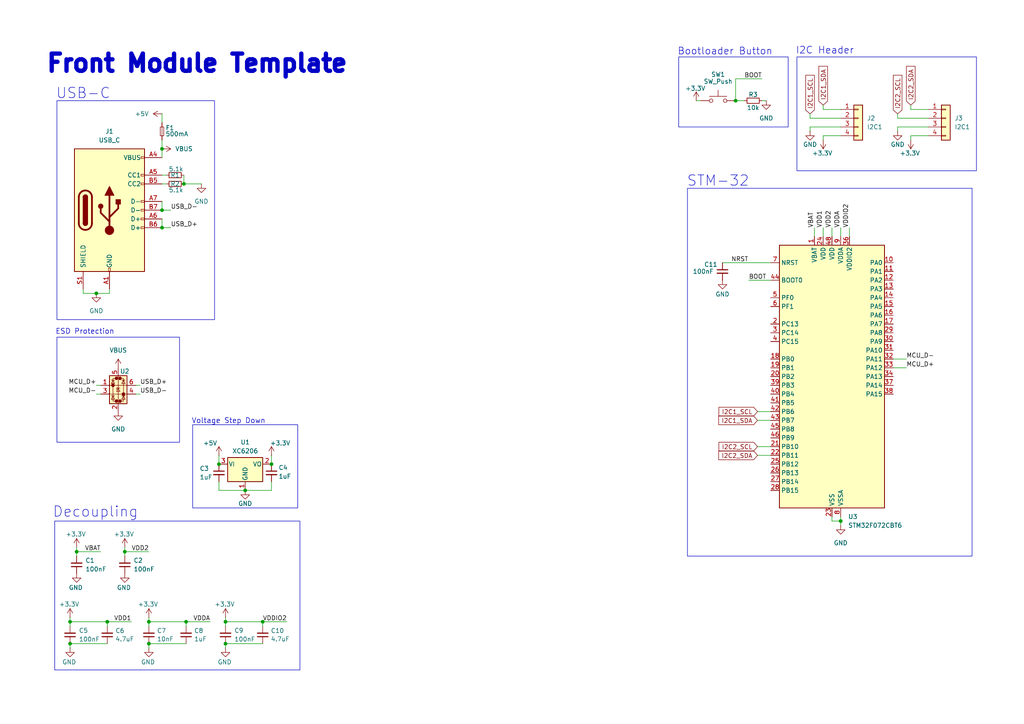
<source format=kicad_sch>
(kicad_sch (version 20250114) (generator "eeschema") (generator_version "9.0")
  (paper "A4")
  (lib_symbols
    (symbol "Connector:USB_C_Receptacle_USB2.0_14P" (pin_names (offset 1.016))
      (property "Reference" "J" (at 0 22.225 0))
      (property "Value" "USB_C_Receptacle_USB2.0_14P" (at 0 19.685 0))
      (symbol "USB_C_Receptacle_USB2.0_14P_0_0"
        (rectangle (start -0.254 -17.78) (end 0.254 -16.764))
        (rectangle (start 10.16 15.494) (end 9.144 14.986))
        (rectangle (start 10.16 10.414) (end 9.144 9.906))
        (rectangle (start 10.16 7.874) (end 9.144 7.366))
        (rectangle (start 10.16 2.794) (end 9.144 2.286))
        (rectangle (start 10.16 0.254) (end 9.144 -0.254))
        (rectangle (start 10.16 -2.286) (end 9.144 -2.794))
        (rectangle (start 10.16 -4.826) (end 9.144 -5.334))
      )
      (symbol "USB_C_Receptacle_USB2.0_14P_0_1"
        (rectangle (start -10.16 17.78) (end 10.16 -17.78) (stroke (width 0.254)) (fill (type background)))
        (polyline (pts (xy -8.89 -3.81) (xy -8.89 3.81)) (stroke (width 0.508)))
        (rectangle (start -7.62 -3.81) (end -6.35 3.81) (stroke (width 0.254)) (fill (type outline)))
        (arc (start -7.62 3.81) (mid -6.985 4.4423) (end -6.35 3.81) (stroke (width 0.254)))
        (arc (start -7.62 3.81) (mid -6.985 4.4423) (end -6.35 3.81) (stroke (width 0.254)) (fill (type outline)))
        (arc (start -8.89 3.81) (mid -6.985 5.7067) (end -5.08 3.81) (stroke (width 0.508)))
        (arc (start -5.08 -3.81) (mid -6.985 -5.7067) (end -8.89 -3.81) (stroke (width 0.508)))
        (arc (start -6.35 -3.81) (mid -6.985 -4.4423) (end -7.62 -3.81) (stroke (width 0.254)))
        (arc (start -6.35 -3.81) (mid -6.985 -4.4423) (end -7.62 -3.81) (stroke (width 0.254)) (fill (type outline)))
        (polyline (pts (xy -5.08 3.81) (xy -5.08 -3.81)) (stroke (width 0.508)))
        (circle (center -2.54 1.143) (radius 0.635) (stroke (width 0.254)) (fill (type outline)))
        (polyline (pts (xy -1.27 4.318) (xy 0 6.858) (xy 1.27 4.318) (xy -1.27 4.318)) (stroke (width 0.254)) (fill (type outline)))
        (polyline (pts (xy 0 -2.032) (xy 2.54 0.508) (xy 2.54 1.778)) (stroke (width 0.508)))
        (polyline (pts (xy 0 -3.302) (xy -2.54 -0.762) (xy -2.54 0.508)) (stroke (width 0.508)))
        (polyline (pts (xy 0 -5.842) (xy 0 4.318)) (stroke (width 0.508)))
        (circle (center 0 -5.842) (radius 1.27) (fill (type outline)))
        (rectangle (start 1.905 1.778) (end 3.175 3.048) (stroke (width 0.254)) (fill (type outline)))
      )
      (symbol "USB_C_Receptacle_USB2.0_14P_1_1"
        (pin passive line (at -7.62 -22.86 90) (length 5.08) (name "SHIELD") (number "S1"))
        (pin passive line (at 0 -22.86 90) (length 5.08) (name "GND") (number "A1"))
        (pin passive line (at 0 -22.86 90) (length 5.08) (hide yes) (name "GND") (number "A12"))
        (pin passive line (at 0 -22.86 90) (length 5.08) (hide yes) (name "GND") (number "B1"))
        (pin passive line (at 0 -22.86 90) (length 5.08) (hide yes) (name "GND") (number "B12"))
        (pin passive line (at 15.24 15.24 180) (length 5.08) (name "VBUS") (number "A4"))
        (pin passive line (at 15.24 15.24 180) (length 5.08) (hide yes) (name "VBUS") (number "A9"))
        (pin passive line (at 15.24 15.24 180) (length 5.08) (hide yes) (name "VBUS") (number "B4"))
        (pin passive line (at 15.24 15.24 180) (length 5.08) (hide yes) (name "VBUS") (number "B9"))
        (pin bidirectional line (at 15.24 10.16 180) (length 5.08) (name "CC1") (number "A5"))
        (pin bidirectional line (at 15.24 7.62 180) (length 5.08) (name "CC2") (number "B5"))
        (pin bidirectional line (at 15.24 2.54 180) (length 5.08) (name "D-") (number "A7"))
        (pin bidirectional line (at 15.24 0 180) (length 5.08) (name "D-") (number "B7"))
        (pin bidirectional line (at 15.24 -2.54 180) (length 5.08) (name "D+") (number "A6"))
        (pin bidirectional line (at 15.24 -5.08 180) (length 5.08) (name "D+") (number "B6"))
      )
    )
    (symbol "Connector_Generic:Conn_01x04" (pin_names (offset 1.016) (hide yes))
      (property "Reference" "J" (at 0 5.08 0))
      (property "Value" "Conn_01x04" (at 0 -7.62 0))
      (symbol "Conn_01x04_1_1"
        (rectangle (start -1.27 3.81) (end 1.27 -6.35) (stroke (width 0.254)) (fill (type background)))
        (rectangle (start -1.27 2.667) (end 0 2.413) (stroke (width 0.1524)))
        (rectangle (start -1.27 0.127) (end 0 -0.127) (stroke (width 0.1524)))
        (rectangle (start -1.27 -2.413) (end 0 -2.667) (stroke (width 0.1524)))
        (rectangle (start -1.27 -4.953) (end 0 -5.207) (stroke (width 0.1524)))
        (pin passive line (at -5.08 2.54 0) (length 3.81) (name "Pin_1") (number "1"))
        (pin passive line (at -5.08 0 0) (length 3.81) (name "Pin_2") (number "2"))
        (pin passive line (at -5.08 -2.54 0) (length 3.81) (name "Pin_3") (number "3"))
        (pin passive line (at -5.08 -5.08 0) (length 3.81) (name "Pin_4") (number "4"))
      )
    )
    (symbol "Device:C_Small" (pin_numbers (hide yes)) (pin_names (offset 0.254) (hide yes))
      (property "Reference" "C" (at 0.254 1.778 0))
      (property "Value" "C_Small" (at 0.254 -2.032 0))
      (symbol "C_Small_0_1"
        (polyline (pts (xy -1.524 0.508) (xy 1.524 0.508)) (stroke (width 0.3048)))
        (polyline (pts (xy -1.524 -0.508) (xy 1.524 -0.508)) (stroke (width 0.3302)))
      )
      (symbol "C_Small_1_1"
        (pin passive line (at 0 2.54 270) (length 2.032) (name "~") (number "1"))
        (pin passive line (at 0 -2.54 90) (length 2.032) (name "~") (number "2"))
      )
    )
    (symbol "Device:Fuse_Small" (pin_numbers (hide yes)) (pin_names (offset 0.254) (hide yes))
      (property "Reference" "F" (at 0 -1.524 0))
      (property "Value" "Fuse_Small" (at 0 1.524 0))
      (symbol "Fuse_Small_0_1"
        (rectangle (start -1.27 0.508) (end 1.27 -0.508))
        (polyline (pts (xy -1.27 0) (xy 1.27 0)))
      )
      (symbol "Fuse_Small_1_1"
        (pin passive line (at -2.54 0 0) (length 1.27) (name "~") (number "1"))
        (pin passive line (at 2.54 0 180) (length 1.27) (name "~") (number "2"))
      )
    )
    (symbol "Device:R_Small" (pin_numbers (hide yes)) (pin_names (offset 0.254) (hide yes))
      (property "Reference" "R" (at 0.762 0.508 0))
      (property "Value" "R_Small" (at 0.762 -1.016 0))
      (symbol "R_Small_0_1"
        (rectangle (start -0.762 1.778) (end 0.762 -1.778) (stroke (width 0.2032)))
      )
      (symbol "R_Small_1_1"
        (pin passive line (at 0 2.54 270) (length 0.762) (name "~") (number "1"))
        (pin passive line (at 0 -2.54 90) (length 0.762) (name "~") (number "2"))
      )
    )
    (symbol "MCU_ST_STM32F0:STM32F072CBTx"
      (property "Reference" "U" (at -15.24 39.37 0))
      (property "Value" "STM32F072CBTx" (at 7.62 39.37 0))
      (symbol "STM32F072CBTx_0_1"
        (rectangle (start -15.24 -38.1) (end 15.24 38.1) (stroke (width 0.254)) (fill (type background)))
      )
      (symbol "STM32F072CBTx_1_1"
        (pin input line (at -17.78 33.02 0) (length 2.54) (name "NRST") (number "7"))
        (pin input line (at -17.78 27.94 0) (length 2.54) (name "BOOT0") (number "44"))
        (pin bidirectional line (at -17.78 22.86 0) (length 2.54) (name "PF0") (number "5"))
        (pin bidirectional line (at -17.78 20.32 0) (length 2.54) (name "PF1") (number "6"))
        (pin bidirectional line (at -17.78 15.24 0) (length 2.54) (name "PC13") (number "2"))
        (pin bidirectional line (at -17.78 12.7 0) (length 2.54) (name "PC14") (number "3"))
        (pin bidirectional line (at -17.78 10.16 0) (length 2.54) (name "PC15") (number "4"))
        (pin bidirectional line (at -17.78 5.08 0) (length 2.54) (name "PB0") (number "18"))
        (pin bidirectional line (at -17.78 2.54 0) (length 2.54) (name "PB1") (number "19"))
        (pin bidirectional line (at -17.78 0 0) (length 2.54) (name "PB2") (number "20"))
        (pin bidirectional line (at -17.78 -2.54 0) (length 2.54) (name "PB3") (number "39"))
        (pin bidirectional line (at -17.78 -5.08 0) (length 2.54) (name "PB4") (number "40"))
        (pin bidirectional line (at -17.78 -7.62 0) (length 2.54) (name "PB5") (number "41"))
        (pin bidirectional line (at -17.78 -10.16 0) (length 2.54) (name "PB6") (number "42"))
        (pin bidirectional line (at -17.78 -12.7 0) (length 2.54) (name "PB7") (number "43"))
        (pin bidirectional line (at -17.78 -15.24 0) (length 2.54) (name "PB8") (number "45"))
        (pin bidirectional line (at -17.78 -17.78 0) (length 2.54) (name "PB9") (number "46"))
        (pin bidirectional line (at -17.78 -20.32 0) (length 2.54) (name "PB10") (number "21"))
        (pin bidirectional line (at -17.78 -22.86 0) (length 2.54) (name "PB11") (number "22"))
        (pin bidirectional line (at -17.78 -25.4 0) (length 2.54) (name "PB12") (number "25"))
        (pin bidirectional line (at -17.78 -27.94 0) (length 2.54) (name "PB13") (number "26"))
        (pin bidirectional line (at -17.78 -30.48 0) (length 2.54) (name "PB14") (number "27"))
        (pin bidirectional line (at -17.78 -33.02 0) (length 2.54) (name "PB15") (number "28"))
        (pin power_in line (at -5.08 40.64 270) (length 2.54) (name "VBAT") (number "1"))
        (pin power_in line (at -2.54 40.64 270) (length 2.54) (name "VDD") (number "24"))
        (pin power_in line (at 0 40.64 270) (length 2.54) (name "VDD") (number "48"))
        (pin power_in line (at 0 -40.64 90) (length 2.54) (name "VSS") (number "23"))
        (pin passive line (at 0 -40.64 90) (length 2.54) (hide yes) (name "VSS") (number "35"))
        (pin passive line (at 0 -40.64 90) (length 2.54) (hide yes) (name "VSS") (number "47"))
        (pin power_in line (at 2.54 40.64 270) (length 2.54) (name "VDDA") (number "9"))
        (pin power_in line (at 2.54 -40.64 90) (length 2.54) (name "VSSA") (number "8"))
        (pin power_in line (at 5.08 40.64 270) (length 2.54) (name "VDDIO2") (number "36"))
        (pin bidirectional line (at 17.78 33.02 180) (length 2.54) (name "PA0") (number "10"))
        (pin bidirectional line (at 17.78 30.48 180) (length 2.54) (name "PA1") (number "11"))
        (pin bidirectional line (at 17.78 27.94 180) (length 2.54) (name "PA2") (number "12"))
        (pin bidirectional line (at 17.78 25.4 180) (length 2.54) (name "PA3") (number "13"))
        (pin bidirectional line (at 17.78 22.86 180) (length 2.54) (name "PA4") (number "14"))
        (pin bidirectional line (at 17.78 20.32 180) (length 2.54) (name "PA5") (number "15"))
        (pin bidirectional line (at 17.78 17.78 180) (length 2.54) (name "PA6") (number "16"))
        (pin bidirectional line (at 17.78 15.24 180) (length 2.54) (name "PA7") (number "17"))
        (pin bidirectional line (at 17.78 12.7 180) (length 2.54) (name "PA8") (number "29"))
        (pin bidirectional line (at 17.78 10.16 180) (length 2.54) (name "PA9") (number "30"))
        (pin bidirectional line (at 17.78 7.62 180) (length 2.54) (name "PA10") (number "31"))
        (pin bidirectional line (at 17.78 5.08 180) (length 2.54) (name "PA11") (number "32"))
        (pin bidirectional line (at 17.78 2.54 180) (length 2.54) (name "PA12") (number "33"))
        (pin bidirectional line (at 17.78 0 180) (length 2.54) (name "PA13") (number "34"))
        (pin bidirectional line (at 17.78 -2.54 180) (length 2.54) (name "PA14") (number "37"))
        (pin bidirectional line (at 17.78 -5.08 180) (length 2.54) (name "PA15") (number "38"))
      )
    )
    (symbol "Power_Protection:USBLC6-2SC6" (pin_names (hide yes))
      (property "Reference" "U" (at 0.635 5.715 0))
      (property "Value" "USBLC6-2SC6" (at 0.635 3.81 0))
      (symbol "USBLC6-2SC6_0_0"
        (circle (center -1.524 0) (radius 0.0001) (stroke (width 0.508)))
        (circle (center -0.508 2.032) (radius 0.0001) (stroke (width 0.508)))
        (circle (center -0.508 -4.572) (radius 0.0001) (stroke (width 0.508)))
        (circle (center 0.508 2.032) (radius 0.0001) (stroke (width 0.508)))
        (circle (center 0.508 -4.572) (radius 0.0001) (stroke (width 0.508)))
        (circle (center 1.524 -2.54) (radius 0.0001) (stroke (width 0.508)))
      )
      (symbol "USBLC6-2SC6_0_1"
        (polyline (pts (xy -2.54 0) (xy 2.54 0)))
        (polyline (pts (xy -2.54 -2.54) (xy 2.54 -2.54)))
        (polyline (pts (xy -2.032 0.508) (xy -1.016 0.508) (xy -1.524 1.524) (xy -2.032 0.508)))
        (polyline (pts (xy -2.032 -3.048) (xy -1.016 -3.048)))
        (polyline (pts (xy -1.016 1.524) (xy -2.032 1.524)))
        (polyline (pts (xy -1.016 -4.064) (xy -2.032 -4.064) (xy -1.524 -3.048) (xy -1.016 -4.064)))
        (polyline (pts (xy -0.508 -1.143) (xy -0.508 -0.762) (xy 0.508 -0.762)))
        (polyline (pts (xy 0 2.54) (xy -0.508 2.032) (xy 0.508 2.032) (xy 0 1.524) (xy 0 -4.064) (xy -0.508 -4.572) (xy 0.508 -4.572) (xy 0 -5.08)))
        (polyline (pts (xy 0.508 -1.778) (xy -0.508 -1.778) (xy 0 -0.762) (xy 0.508 -1.778)))
        (polyline (pts (xy 1.016 1.524) (xy 2.032 1.524)))
        (polyline (pts (xy 1.016 -3.048) (xy 2.032 -3.048)))
        (polyline (pts (xy 2.032 0.508) (xy 1.016 0.508) (xy 1.524 1.524) (xy 2.032 0.508)))
        (polyline (pts (xy 2.032 -4.064) (xy 1.016 -4.064) (xy 1.524 -3.048) (xy 2.032 -4.064)))
      )
      (symbol "USBLC6-2SC6_1_1"
        (rectangle (start -2.54 2.794) (end 2.54 -5.334) (stroke (width 0.254)) (fill (type background)))
        (polyline (pts (xy -0.508 2.032) (xy -1.524 2.032) (xy -1.524 -4.572) (xy -0.508 -4.572)))
        (polyline (pts (xy 0.508 -4.572) (xy 1.524 -4.572) (xy 1.524 2.032) (xy 0.508 2.032)))
        (pin passive line (at -5.08 0 0) (length 2.54) (name "I/O1") (number "1"))
        (pin passive line (at -5.08 -2.54 0) (length 2.54) (name "I/O2") (number "3"))
        (pin passive line (at 0 5.08 270) (length 2.54) (name "VBUS") (number "5"))
        (pin passive line (at 0 -7.62 90) (length 2.54) (name "GND") (number "2"))
        (pin passive line (at 5.08 0 180) (length 2.54) (name "I/O1") (number "6"))
        (pin passive line (at 5.08 -2.54 180) (length 2.54) (name "I/O2") (number "4"))
      )
    )
    (symbol "Regulator_Linear:XC6206PxxxMR" (pin_names (offset 0.254))
      (property "Reference" "U" (at -3.81 3.175 0))
      (property "Value" "XC6206PxxxMR" (at 0 3.175 0))
      (symbol "XC6206PxxxMR_0_1"
        (rectangle (start -5.08 1.905) (end 5.08 -5.08) (stroke (width 0.254)) (fill (type background)))
      )
      (symbol "XC6206PxxxMR_1_1"
        (pin power_in line (at -7.62 0 0) (length 2.54) (name "VI") (number "3"))
        (pin power_in line (at 0 -7.62 90) (length 2.54) (name "GND") (number "1"))
        (pin power_out line (at 7.62 0 180) (length 2.54) (name "VO") (number "2"))
      )
    )
    (symbol "Switch:SW_Push" (pin_numbers (hide yes)) (pin_names (offset 1.016) (hide yes))
      (property "Reference" "SW" (at 1.27 2.54 0))
      (property "Value" "SW_Push" (at 0 -1.524 0))
      (symbol "SW_Push_0_1"
        (circle (center -2.032 0) (radius 0.508))
        (polyline (pts (xy 0 1.27) (xy 0 3.048)))
        (circle (center 2.032 0) (radius 0.508))
        (polyline (pts (xy 2.54 1.27) (xy -2.54 1.27)))
        (pin passive line (at -5.08 0 0) (length 2.54) (name "1") (number "1"))
        (pin passive line (at 5.08 0 180) (length 2.54) (name "2") (number "2"))
      )
    )
    (symbol "power:+3.3V" (power) (pin_numbers (hide yes)) (pin_names (offset 0) (hide yes))
      (property "Value" "+3.3V" (at 0 3.556 0))
      (symbol "+3.3V_0_1"
        (polyline (pts (xy -0.762 1.27) (xy 0 2.54)))
        (polyline (pts (xy 0 2.54) (xy 0.762 1.27)))
        (polyline (pts (xy 0 0) (xy 0 2.54)))
      )
      (symbol "+3.3V_1_1"
        (pin power_in line (at 0 0 90) (length 0) (name "~") (number "1"))
      )
    )
    (symbol "power:+5V" (power) (pin_numbers (hide yes)) (pin_names (offset 0) (hide yes))
      (property "Value" "+5V" (at 0 3.556 0))
      (symbol "+5V_0_1"
        (polyline (pts (xy -0.762 1.27) (xy 0 2.54)))
        (polyline (pts (xy 0 2.54) (xy 0.762 1.27)))
        (polyline (pts (xy 0 0) (xy 0 2.54)))
      )
      (symbol "+5V_1_1"
        (pin power_in line (at 0 0 90) (length 0) (name "~") (number "1"))
      )
    )
    (symbol "power:GND" (power) (pin_numbers (hide yes)) (pin_names (offset 0) (hide yes))
      (property "Value" "GND" (at 0 -3.81 0))
      (symbol "GND_0_1"
        (polyline (pts (xy 0 0) (xy 0 -1.27) (xy 1.27 -1.27) (xy 0 -2.54) (xy -1.27 -1.27) (xy 0 -1.27)))
      )
      (symbol "GND_1_1"
        (pin power_in line (at 0 0 270) (length 0) (name "~") (number "1"))
      )
    )
    (symbol "power:VBUS" (power) (pin_numbers (hide yes)) (pin_names (offset 0) (hide yes))
      (property "Value" "VBUS" (at 0 3.556 0))
      (symbol "VBUS_0_1"
        (polyline (pts (xy -0.762 1.27) (xy 0 2.54)))
        (polyline (pts (xy 0 2.54) (xy 0.762 1.27)))
        (polyline (pts (xy 0 0) (xy 0 2.54)))
      )
      (symbol "VBUS_1_1"
        (pin power_in line (at 0 0 90) (length 0) (name "~") (number "1"))
      )
    )
  )
  (rectangle (start 199.39 54.61) (end 281.94 161.29))
  (rectangle (start 55.88 123.19) (end 86.36 147.32))
  (rectangle (start 15.875 151.13) (end 86.995 194.31))
  (rectangle (start 16.51 29.21) (end 62.23 92.71))
  (rectangle (start 16.51 97.79) (end 52.07 128.27))
  (rectangle (start 231.14 16.51) (end 283.21 49.53))
  (rectangle (start 196.85 16.51) (end 228.6 36.83))
  (text "ESD Protection" (at 24.638 96.266 0) (effects (font (size 1.5 1.5))))
  (text "I2C Header" (at 239.268 14.732 0) (effects (font (size 2 2))))
  (text "Voltage Step Down" (at 66.294 122.174 0) (effects (font (size 1.5 1.5))))
  (text "Bootloader Button" (at 210.312 14.986 0) (effects (font (size 2 2))))
  (text "Decoupling" (at 27.686 148.59 0) (effects (font (size 3 3))))
  (text "STM-32" (at 208.28 52.578 0) (effects (font (size 3 3))))
  (text "USB-C" (at 24.13 27.178 0) (effects (font (size 3 3))))
  (text "Front Module Template" (at 57.15 18.542 0) (effects (font (size 5 5) (thickness 1.6) (bold yes))))
  (junction (at 46.99 66.04))
  (junction (at 43.18 186.69))
  (junction (at 31.115 180.34))
  (junction (at 65.405 180.34))
  (junction (at 76.2 180.34))
  (junction (at 53.34 53.34))
  (junction (at 46.99 60.96))
  (junction (at 53.975 180.34))
  (junction (at 63.5 134.62))
  (junction (at 20.32 186.69))
  (junction (at 65.405 186.69))
  (junction (at 213.36 29.21))
  (junction (at 78.74 134.62))
  (junction (at 36.195 160.02))
  (junction (at 46.99 43.18))
  (junction (at 22.225 160.02))
  (junction (at 27.94 85.09))
  (junction (at 43.18 180.34))
  (junction (at 71.12 142.24))
  (junction (at 243.84 151.13))
  (junction (at 20.32 180.34))
  (wire (pts (xy 43.18 179.07) (xy 43.18 180.34)))
  (wire (pts (xy 78.74 142.24) (xy 78.74 139.7)))
  (wire (pts (xy 234.95 33.02) (xy 234.95 34.29)))
  (wire (pts (xy 220.98 22.86) (xy 213.36 22.86)))
  (wire (pts (xy 260.35 33.02) (xy 260.35 34.29)))
  (wire (pts (xy 78.74 132.08) (xy 78.74 134.62)))
  (wire (pts (xy 65.405 180.34) (xy 76.2 180.34)))
  (wire (pts (xy 65.405 180.34) (xy 65.405 181.61)))
  (wire (pts (xy 234.95 38.1) (xy 234.95 36.83)))
  (wire (pts (xy 238.76 30.48) (xy 238.76 31.75)))
  (wire (pts (xy 46.99 40.64) (xy 46.99 43.18)))
  (wire (pts (xy 27.94 85.09) (xy 24.13 85.09)))
  (wire (pts (xy 76.2 180.34) (xy 76.2 181.61)))
  (wire (pts (xy 219.71 132.08) (xy 223.52 132.08)))
  (wire (pts (xy 243.84 151.13) (xy 243.84 152.4)))
  (wire (pts (xy 36.195 160.02) (xy 36.195 161.29)))
  (wire (pts (xy 65.405 187.96) (xy 65.405 186.69)))
  (wire (pts (xy 53.975 180.34) (xy 60.96 180.34)))
  (wire (pts (xy 234.95 34.29) (xy 243.84 34.29)))
  (wire (pts (xy 260.35 38.1) (xy 260.35 36.83)))
  (wire (pts (xy 201.93 29.21) (xy 203.2 29.21)))
  (wire (pts (xy 260.35 36.83) (xy 269.24 36.83)))
  (wire (pts (xy 40.64 111.76) (xy 39.37 111.76)))
  (wire (pts (xy 43.18 160.02) (xy 36.195 160.02)))
  (wire (pts (xy 36.195 158.75) (xy 36.195 160.02)))
  (wire (pts (xy 20.32 179.07) (xy 20.32 180.34)))
  (wire (pts (xy 264.16 39.37) (xy 269.24 39.37)))
  (wire (pts (xy 63.5 142.24) (xy 71.12 142.24)))
  (wire (pts (xy 264.16 31.75) (xy 269.24 31.75)))
  (wire (pts (xy 63.5 139.7) (xy 63.5 142.24)))
  (wire (pts (xy 31.115 180.34) (xy 38.1 180.34)))
  (wire (pts (xy 46.99 58.42) (xy 46.99 60.96)))
  (wire (pts (xy 260.35 34.29) (xy 269.24 34.29)))
  (wire (pts (xy 264.16 40.64) (xy 264.16 39.37)))
  (wire (pts (xy 219.71 119.38) (xy 223.52 119.38)))
  (wire (pts (xy 43.18 180.34) (xy 53.975 180.34)))
  (wire (pts (xy 243.84 149.86) (xy 243.84 151.13)))
  (wire (pts (xy 46.99 53.34) (xy 48.26 53.34)))
  (wire (pts (xy 238.76 66.04) (xy 238.76 68.58)))
  (wire (pts (xy 43.18 187.96) (xy 43.18 186.69)))
  (wire (pts (xy 217.17 81.28) (xy 223.52 81.28)))
  (wire (pts (xy 20.32 187.96) (xy 20.32 186.69)))
  (wire (pts (xy 264.16 30.48) (xy 264.16 31.75)))
  (wire (pts (xy 234.95 36.83) (xy 243.84 36.83)))
  (wire (pts (xy 238.76 39.37) (xy 243.84 39.37)))
  (wire (pts (xy 259.08 104.14) (xy 262.89 104.14)))
  (wire (pts (xy 236.22 66.04) (xy 236.22 68.58)))
  (wire (pts (xy 71.12 142.24) (xy 78.74 142.24)))
  (wire (pts (xy 213.36 29.21) (xy 215.9 29.21)))
  (wire (pts (xy 46.99 50.8) (xy 48.26 50.8)))
  (wire (pts (xy 22.225 158.75) (xy 22.225 160.02)))
  (wire (pts (xy 43.18 180.34) (xy 43.18 181.61)))
  (wire (pts (xy 219.71 121.92) (xy 223.52 121.92)))
  (wire (pts (xy 65.405 186.69) (xy 76.2 186.69)))
  (wire (pts (xy 22.225 160.02) (xy 22.225 161.29)))
  (wire (pts (xy 49.53 60.96) (xy 46.99 60.96)))
  (wire (pts (xy 238.76 40.64) (xy 238.76 39.37)))
  (wire (pts (xy 20.32 180.34) (xy 31.115 180.34)))
  (wire (pts (xy 29.21 160.02) (xy 22.225 160.02)))
  (wire (pts (xy 76.2 180.34) (xy 83.185 180.34)))
  (wire (pts (xy 27.94 114.3) (xy 29.21 114.3)))
  (wire (pts (xy 241.3 149.86) (xy 241.3 151.13)))
  (wire (pts (xy 20.32 186.69) (xy 31.115 186.69)))
  (wire (pts (xy 53.34 53.34) (xy 58.42 53.34)))
  (wire (pts (xy 24.13 85.09) (xy 24.13 83.82)))
  (wire (pts (xy 209.55 76.2) (xy 223.52 76.2)))
  (wire (pts (xy 238.76 31.75) (xy 243.84 31.75)))
  (wire (pts (xy 243.84 66.04) (xy 243.84 68.58)))
  (wire (pts (xy 220.98 29.21) (xy 222.25 29.21)))
  (wire (pts (xy 27.94 85.09) (xy 31.75 85.09)))
  (wire (pts (xy 53.975 180.34) (xy 53.975 181.61)))
  (wire (pts (xy 46.99 43.18) (xy 46.99 45.72)))
  (wire (pts (xy 20.32 180.34) (xy 20.32 181.61)))
  (wire (pts (xy 31.75 85.09) (xy 31.75 83.82)))
  (wire (pts (xy 219.71 129.54) (xy 223.52 129.54)))
  (wire (pts (xy 43.18 186.69) (xy 53.975 186.69)))
  (wire (pts (xy 63.5 132.08) (xy 63.5 134.62)))
  (wire (pts (xy 241.3 151.13) (xy 243.84 151.13)))
  (wire (pts (xy 53.34 50.8) (xy 53.34 53.34)))
  (wire (pts (xy 46.99 33.02) (xy 46.99 35.56)))
  (wire (pts (xy 213.36 22.86) (xy 213.36 29.21)))
  (wire (pts (xy 241.3 66.04) (xy 241.3 68.58)))
  (wire (pts (xy 259.08 106.68) (xy 262.89 106.68)))
  (wire (pts (xy 49.53 66.04) (xy 46.99 66.04)))
  (wire (pts (xy 27.94 111.76) (xy 29.21 111.76)))
  (wire (pts (xy 31.115 180.34) (xy 31.115 181.61)))
  (wire (pts (xy 46.99 63.5) (xy 46.99 66.04)))
  (wire (pts (xy 40.64 114.3) (xy 39.37 114.3)))
  (wire (pts (xy 246.38 66.04) (xy 246.38 68.58)))
  (wire (pts (xy 65.405 179.07) (xy 65.405 180.34)))
  (label "MCU_D-" (at 27.94 114.3 180))
  (label "VDD1" (at 238.76 66.04 90))
  (label "VDDA" (at 60.96 180.34 180))
  (label "USB_D-" (at 40.64 114.3 0))
  (label "MCU_D+" (at 27.94 111.76 180))
  (label "VDDIO2" (at 83.185 180.34 180))
  (label "USB_D+" (at 49.53 66.04 0))
  (label "VDDA" (at 243.84 66.04 90))
  (label "BOOT" (at 220.98 22.86 180))
  (label "VDDIO2" (at 246.38 66.04 90))
  (label "BOOT" (at 217.17 81.28 0))
  (label "MCU_D+" (at 262.89 106.68 0))
  (label "USB_D-" (at 49.53 60.96 0))
  (label "VDD1" (at 38.1 180.34 180))
  (label "MCU_D-" (at 262.89 104.14 0))
  (label "NRST" (at 212.09 76.2 0))
  (label "VBAT" (at 29.21 160.02 180))
  (label "VDD2" (at 43.18 160.02 180))
  (label "VBAT" (at 236.22 66.04 90))
  (label "VDD2" (at 241.3 66.04 90))
  (label "USB_D+" (at 40.64 111.76 0))
  (global_label "I2C2_SDA" (shape input) (at 264.16 30.48 90) (property "Intersheetrefs" "${INTERSHEET_REFS}" (effects (hide yes))))
  (global_label "I2C2_SDA" (shape input) (at 219.71 132.08 180) (property "Intersheetrefs" "${INTERSHEET_REFS}" (effects (hide yes))))
  (global_label "I2C1_SCL" (shape input) (at 219.71 119.38 180) (property "Intersheetrefs" "${INTERSHEET_REFS}" (effects (hide yes))))
  (global_label "I2C2_SCL" (shape input) (at 219.71 129.54 180) (property "Intersheetrefs" "${INTERSHEET_REFS}" (effects (hide yes))))
  (global_label "I2C1_SDA" (shape input) (at 219.71 121.92 180) (property "Intersheetrefs" "${INTERSHEET_REFS}" (effects (hide yes))))
  (global_label "I2C1_SCL" (shape input) (at 234.95 33.02 90) (property "Intersheetrefs" "${INTERSHEET_REFS}" (effects (hide yes))))
  (global_label "I2C2_SCL" (shape input) (at 260.35 33.02 90) (property "Intersheetrefs" "${INTERSHEET_REFS}" (effects (hide yes))))
  (global_label "I2C1_SDA" (shape input) (at 238.76 30.48 90) (property "Intersheetrefs" "${INTERSHEET_REFS}" (effects (hide yes))))
  (symbol (lib_id "Connector_Generic:Conn_01x04") (at 248.92 34.29 0) (unit 1)
    (property "Reference" "J2" (at 251.46 34.2899 0) (effects (justify left)))
    (property "Value" "I2C1" (at 251.46 36.8299 0) (effects (justify left)))
    (property "Footprint" "Connector_JST:JST_EH_B4B-EH-A_1x04_P2.50mm_Vertical" (effects (hide yes)))
    (property "Description" "4P EH 1x4P Tin -25℃~+85℃ White 2.5mm 250V 4 3A 1 Through Hole Through Hole,P=2.5mm Headers, Male Pins RoHS" (effects (hide yes)))
    (property "LCSC" "C160258" (effects (hide yes)))
  )
  (symbol (lib_id "power:+3.3V") (at 65.405 179.07 0) (unit 1)
    (property "Reference" "#PWR09" (effects (hide yes)))
    (property "Value" "+3.3V" (at 65.151 175.26 0))
    (property "Description" "Power symbol creates a global label with name \"+3.3V\"" (effects (hide yes)))
  )
  (symbol (lib_id "power:+3.3V") (at 201.93 29.21 0) (unit 1)
    (property "Reference" "#PWR019" (effects (hide yes)))
    (property "Value" "+3.3V" (at 201.676 25.654 0))
    (property "Description" "Power symbol creates a global label with name \"+3.3V\"" (effects (hide yes)))
  )
  (symbol (lib_id "power:+3.3V") (at 264.16 40.64 180) (unit 1)
    (property "Reference" "#PWR026" (effects (hide yes)))
    (property "Value" "+3.3V" (at 263.906 44.45 0))
    (property "Description" "Power symbol creates a global label with name \"+3.3V\"" (effects (hide yes)))
  )
  (symbol (lib_id "Regulator_Linear:XC6206PxxxMR") (at 71.12 134.62 0) (unit 1)
    (property "Reference" "U1" (at 71.12 128.27 0))
    (property "Value" "XC6206" (at 71.12 130.81 0))
    (property "Footprint" "Package_TO_SOT_SMD:SOT-23-3" (effects (hide yes)))
    (property "Datasheet" "https://www.torexsemi.com/file/xc6206/XC6206.pdf" (effects (hide yes)))
    (property "Description" "Positive 60-250mA Low Dropout Regulator, Fixed Output, SOT-23" (effects (hide yes)))
    (property "LCSC" "C5446" (effects (hide yes)))
  )
  (symbol (lib_id "Device:R_Small") (at 218.44 29.21 270) (unit 1)
    (property "Reference" "R3" (at 218.44 27.432 90))
    (property "Value" "10k" (at 218.44 31.242 90))
    (property "Footprint" "Capacitor_SMD:C_0402_1005Metric_Pad0.74x0.62mm_HandSolder" (effects (hide yes)))
    (property "Description" "Resistor, small symbol" (effects (hide yes)))
    (property "LCSC" "C25744" (effects (hide yes)))
  )
  (symbol (lib_id "Device:C_Small") (at 20.32 184.15 180) (unit 1)
    (property "Reference" "C5" (at 22.86 182.8735 0) (effects (justify right)))
    (property "Value" "100nF" (at 22.86 185.4135 0) (effects (justify right)))
    (property "Footprint" "Capacitor_SMD:C_0402_1005Metric_Pad0.74x0.62mm_HandSolder" (effects (hide yes)))
    (property "Description" "Unpolarized capacitor, small symbol" (effects (hide yes)))
    (property "LCSC" "C307331" (effects (hide yes)))
    (property "MPN" "CL05B104KB54PNC" (effects (hide yes)))
  )
  (symbol (lib_id "Connector_Generic:Conn_01x04") (at 274.32 34.29 0) (unit 1)
    (property "Reference" "J3" (at 276.86 34.2899 0) (effects (justify left)))
    (property "Value" "I2C1" (at 276.86 36.8299 0) (effects (justify left)))
    (property "Footprint" "Connector_JST:JST_EH_B4B-EH-A_1x04_P2.50mm_Vertical" (effects (hide yes)))
    (property "Description" "4P EH 1x4P Tin -25℃~+85℃ White 2.5mm 250V 4 3A 1 Through Hole Through Hole,P=2.5mm Headers, Male Pins RoHS" (effects (hide yes)))
    (property "LCSC" "C160258" (effects (hide yes)))
  )
  (symbol (lib_id "power:VBUS") (at 46.99 43.18 270) (unit 1)
    (property "Reference" "#PWR015" (effects (hide yes)))
    (property "Value" "VBUS" (at 50.8 43.1799 90) (effects (justify left)))
    (property "Description" "Power symbol creates a global label with name \"VBUS\"" (effects (hide yes)))
  )
  (symbol (lib_id "power:+3.3V") (at 22.225 158.75 0) (unit 1)
    (property "Reference" "#PWR01" (effects (hide yes)))
    (property "Value" "+3.3V" (at 21.971 154.94 0))
    (property "Description" "Power symbol creates a global label with name \"+3.3V\"" (effects (hide yes)))
  )
  (symbol (lib_id "power:GND") (at 43.18 187.96 0) (unit 1)
    (property "Reference" "#PWR013" (effects (hide yes)))
    (property "Value" "GND" (at 42.926 192.024 0))
    (property "Description" "Power symbol creates a global label with name \"GND\" , ground" (effects (hide yes)))
  )
  (symbol (lib_id "Power_Protection:USBLC6-2SC6") (at 34.29 111.76 0) (unit 1)
    (property "Reference" "U2" (at 34.798 107.696 0) (effects (justify left)))
    (property "Value" "USBLC6-2SC6" (effects (hide yes)))
    (property "Footprint" "Package_TO_SOT_SMD:SOT-23-6_Handsoldering" (effects (hide yes)))
    (property "Datasheet" "https://www.st.com/resource/en/datasheet/usblc6-2.pdf" (effects (hide yes)))
    (property "Description" "Very low capacitance ESD protection diode, 2 data-line, SOT-23-6" (effects (hide yes)))
    (property "LCSC" "C2827654" (effects (hide yes)))
  )
  (symbol (lib_id "power:+3.3V") (at 20.32 179.07 0) (unit 1)
    (property "Reference" "#PWR07" (effects (hide yes)))
    (property "Value" "+3.3V" (at 20.066 175.26 0))
    (property "Description" "Power symbol creates a global label with name \"+3.3V\"" (effects (hide yes)))
  )
  (symbol (lib_id "power:GND") (at 234.95 38.1 0) (unit 1)
    (property "Reference" "#PWR023" (effects (hide yes)))
    (property "Value" "GND" (at 234.95 41.91 0))
    (property "Description" "Power symbol creates a global label with name \"GND\" , ground" (effects (hide yes)))
  )
  (symbol (lib_id "power:+3.3V") (at 238.76 40.64 180) (unit 1)
    (property "Reference" "#PWR024" (effects (hide yes)))
    (property "Value" "+3.3V" (at 238.506 44.45 0))
    (property "Description" "Power symbol creates a global label with name \"+3.3V\"" (effects (hide yes)))
  )
  (symbol (lib_id "Device:C_Small") (at 63.5 137.16 0) (unit 1)
    (property "Reference" "C3" (at 57.912 135.89 0) (effects (justify left)))
    (property "Value" "1uF" (at 57.912 138.43 0) (effects (justify left)))
    (property "Footprint" "Capacitor_SMD:C_0402_1005Metric_Pad0.74x0.62mm_HandSolder" (effects (hide yes)))
    (property "Description" "Unpolarized capacitor, small symbol" (effects (hide yes)))
    (property "LCSC" "C52923" (effects (hide yes)))
  )
  (symbol (lib_id "Device:C_Small") (at 76.2 184.15 180) (unit 1)
    (property "Reference" "C10" (at 78.5241 182.9314 0) (effects (justify right)))
    (property "Value" "4.7uF" (at 78.5241 185.3557 0) (effects (justify right)))
    (property "Footprint" "Capacitor_SMD:C_0402_1005Metric_Pad0.74x0.62mm_HandSolder" (effects (hide yes)))
    (property "Description" "Unpolarized capacitor, small symbol" (effects (hide yes)))
    (property "LCSC" "C23733" (effects (hide yes)))
    (property "MPN" "CL05A475MP5NRNC" (effects (hide yes)))
  )
  (symbol (lib_id "power:GND") (at 222.25 29.21 0) (unit 1)
    (property "Reference" "#PWR020" (effects (hide yes)))
    (property "Value" "GND" (at 222.25 34.29 0))
    (property "Description" "Power symbol creates a global label with name \"GND\" , ground" (effects (hide yes)))
  )
  (symbol (lib_id "power:GND") (at 36.195 166.37 0) (unit 1)
    (property "Reference" "#PWR06" (effects (hide yes)))
    (property "Value" "GND" (at 35.941 170.434 0))
    (property "Description" "Power symbol creates a global label with name \"GND\" , ground" (effects (hide yes)))
  )
  (symbol (lib_id "power:GND") (at 20.32 187.96 0) (unit 1)
    (property "Reference" "#PWR012" (effects (hide yes)))
    (property "Value" "GND" (at 20.066 192.024 0))
    (property "Description" "Power symbol creates a global label with name \"GND\" , ground" (effects (hide yes)))
  )
  (symbol (lib_id "Device:C_Small") (at 31.115 184.15 180) (unit 1)
    (property "Reference" "C6" (at 33.4391 182.9314 0) (effects (justify right)))
    (property "Value" "4.7uF" (at 33.4391 185.3557 0) (effects (justify right)))
    (property "Footprint" "Capacitor_SMD:C_0402_1005Metric_Pad0.74x0.62mm_HandSolder" (effects (hide yes)))
    (property "Description" "Unpolarized capacitor, small symbol" (effects (hide yes)))
    (property "LCSC" "C23733" (effects (hide yes)))
    (property "MPN" "CL05A475MP5NRNC" (effects (hide yes)))
  )
  (symbol (lib_id "power:+5V") (at 46.99 33.02 90) (unit 1)
    (property "Reference" "#PWR010" (effects (hide yes)))
    (property "Value" "+5V" (at 43.18 33.0199 90) (effects (justify left)))
    (property "Description" "Power symbol creates a global label with name \"+5V\"" (effects (hide yes)))
  )
  (symbol (lib_id "power:+3.3V") (at 43.18 179.07 0) (unit 1)
    (property "Reference" "#PWR08" (effects (hide yes)))
    (property "Value" "+3.3V" (at 42.926 175.26 0))
    (property "Description" "Power symbol creates a global label with name \"+3.3V\"" (effects (hide yes)))
  )
  (symbol (lib_id "Device:C_Small") (at 53.975 184.15 180) (unit 1)
    (property "Reference" "C8" (at 56.2991 182.9314 0) (effects (justify right)))
    (property "Value" "1uF" (at 56.2991 185.3557 0) (effects (justify right)))
    (property "Footprint" "Capacitor_SMD:C_0402_1005Metric_Pad0.74x0.62mm_HandSolder" (effects (hide yes)))
    (property "Description" "Unpolarized capacitor, small symbol" (effects (hide yes)))
    (property "LCSC" "C52923" (effects (hide yes)))
    (property "MPN" "CL05A105KA5NQNC" (effects (hide yes)))
  )
  (symbol (lib_id "power:GND") (at 243.84 152.4 0) (unit 1)
    (property "Reference" "#PWR022" (effects (hide yes)))
    (property "Value" "GND" (at 243.84 157.48 0))
    (property "Description" "Power symbol creates a global label with name \"GND\" , ground" (effects (hide yes)))
  )
  (symbol (lib_id "Device:C_Small") (at 22.225 163.83 180) (unit 1)
    (property "Reference" "C1" (at 24.765 162.5535 0) (effects (justify right)))
    (property "Value" "100nF" (at 24.765 165.0935 0) (effects (justify right)))
    (property "Footprint" "Capacitor_SMD:C_0402_1005Metric_Pad0.74x0.62mm_HandSolder" (effects (hide yes)))
    (property "Description" "Unpolarized capacitor, small symbol" (effects (hide yes)))
    (property "LCSC" "C307331" (effects (hide yes)))
  )
  (symbol (lib_id "Device:C_Small") (at 209.55 78.74 0) (unit 1)
    (property "Reference" "C11" (at 204.216 76.708 0) (effects (justify left)))
    (property "Value" "100nF" (at 200.914 78.74 0) (effects (justify left)))
    (property "Footprint" "Capacitor_SMD:C_0402_1005Metric_Pad0.74x0.62mm_HandSolder" (effects (hide yes)))
    (property "Description" "Unpolarized capacitor, small symbol" (effects (hide yes)))
    (property "LCSC" "C307331" (effects (hide yes)))
  )
  (symbol (lib_id "power:GND") (at 260.35 38.1 0) (unit 1)
    (property "Reference" "#PWR025" (effects (hide yes)))
    (property "Value" "GND" (at 260.35 41.91 0))
    (property "Description" "Power symbol creates a global label with name \"GND\" , ground" (effects (hide yes)))
  )
  (symbol (lib_id "power:+3.3V") (at 78.74 132.08 0) (unit 1)
    (property "Reference" "#PWR04" (effects (hide yes)))
    (property "Value" "+3.3V" (at 81.28 128.524 0))
    (property "Description" "Power symbol creates a global label with name \"+3.3V\"" (effects (hide yes)))
  )
  (symbol (lib_id "power:+5V") (at 63.5 132.08 0) (unit 1)
    (property "Reference" "#PWR03" (effects (hide yes)))
    (property "Value" "+5V" (at 60.96 128.524 0))
    (property "Description" "Power symbol creates a global label with name \"+5V\"" (effects (hide yes)))
  )
  (symbol (lib_id "Device:R_Small") (at 50.8 53.34 90) (unit 1)
    (property "Reference" "R2" (at 50.8 53.34 90))
    (property "Value" "5.1k" (at 51.054 55.118 90))
    (property "Footprint" "Capacitor_SMD:C_0402_1005Metric_Pad0.74x0.62mm_HandSolder" (effects (hide yes)))
    (property "Description" "Resistor, small symbol" (effects (hide yes)))
    (property "LCSC" "C25905" (effects (hide yes)))
  )
  (symbol (lib_id "MCU_ST_STM32F0:STM32F072CBTx") (at 241.3 109.22 0) (unit 1)
    (property "Reference" "U3" (at 245.9833 149.86 0) (effects (justify left)))
    (property "Value" "STM32F072CBT6" (at 245.9833 152.4 0) (effects (justify left)))
    (property "Footprint" "Package_QFP:LQFP-48_7x7mm_P0.5mm" (effects (hide yes)))
    (property "Datasheet" "https://www.st.com/resource/en/datasheet/stm32f072cb.pdf" (effects (hide yes)))
    (property "Description" "STMicroelectronics Arm Cortex-M0 MCU, 128KB flash, 16KB RAM, 48 MHz, 2.0-3.6V, 37 GPIO, LQFP48" (effects (hide yes)))
    (property "LCSC" "C81720" (effects (hide yes)))
  )
  (symbol (lib_id "Device:R_Small") (at 50.8 50.8 90) (unit 1)
    (property "Reference" "R1" (at 50.8 50.8 90))
    (property "Value" "5.1k" (at 51.054 49.022 90))
    (property "Footprint" "Capacitor_SMD:C_0402_1005Metric_Pad0.74x0.62mm_HandSolder" (effects (hide yes)))
    (property "Description" "Resistor, small symbol" (effects (hide yes)))
    (property "LCSC" "C25905" (effects (hide yes)))
  )
  (symbol (lib_id "Device:C_Small") (at 65.405 184.15 180) (unit 1)
    (property "Reference" "C9" (at 67.945 182.8735 0) (effects (justify right)))
    (property "Value" "100nF" (at 67.945 185.4135 0) (effects (justify right)))
    (property "Footprint" "Capacitor_SMD:C_0402_1005Metric_Pad0.74x0.62mm_HandSolder" (effects (hide yes)))
    (property "Description" "Unpolarized capacitor, small symbol" (effects (hide yes)))
    (property "LCSC" "C307331" (effects (hide yes)))
    (property "MPN" "CL05B104KB54PNC" (effects (hide yes)))
  )
  (symbol (lib_id "power:GND") (at 22.225 166.37 0) (unit 1)
    (property "Reference" "#PWR05" (effects (hide yes)))
    (property "Value" "GND" (at 21.971 170.434 0))
    (property "Description" "Power symbol creates a global label with name \"GND\" , ground" (effects (hide yes)))
  )
  (symbol (lib_id "power:GND") (at 65.405 187.96 0) (unit 1)
    (property "Reference" "#PWR014" (effects (hide yes)))
    (property "Value" "GND" (at 65.151 192.024 0))
    (property "Description" "Power symbol creates a global label with name \"GND\" , ground" (effects (hide yes)))
  )
  (symbol (lib_id "power:VBUS") (at 34.29 106.68 0) (unit 1)
    (property "Reference" "#PWR011" (effects (hide yes)))
    (property "Value" "VBUS" (at 34.29 101.6 0))
    (property "Description" "Power symbol creates a global label with name \"VBUS\"" (effects (hide yes)))
  )
  (symbol (lib_id "Device:C_Small") (at 43.18 184.15 180) (unit 1)
    (property "Reference" "C7" (at 45.5041 182.9314 0) (effects (justify right)))
    (property "Value" "10nF" (at 45.5041 185.3557 0) (effects (justify right)))
    (property "Footprint" "Capacitor_SMD:C_0402_1005Metric_Pad0.74x0.62mm_HandSolder" (effects (hide yes)))
    (property "Description" "Unpolarized capacitor, small symbol" (effects (hide yes)))
    (property "LCSC" "C15195" (effects (hide yes)))
    (property "MPN" "CL05B103KB5NNNC" (effects (hide yes)))
  )
  (symbol (lib_id "power:+3.3V") (at 36.195 158.75 0) (unit 1)
    (property "Reference" "#PWR02" (effects (hide yes)))
    (property "Value" "+3.3V" (at 35.941 154.94 0))
    (property "Description" "Power symbol creates a global label with name \"+3.3V\"" (effects (hide yes)))
  )
  (symbol (lib_id "power:GND") (at 34.29 119.38 0) (unit 1)
    (property "Reference" "#PWR016" (effects (hide yes)))
    (property "Value" "GND" (at 34.29 124.46 0))
    (property "Description" "Power symbol creates a global label with name \"GND\" , ground" (effects (hide yes)))
  )
  (symbol (lib_id "Device:C_Small") (at 78.74 137.16 0) (unit 1)
    (property "Reference" "C4" (at 80.772 135.636 0) (effects (justify left)))
    (property "Value" "1uF" (at 80.772 138.176 0) (effects (justify left)))
    (property "Footprint" "Capacitor_SMD:C_0402_1005Metric_Pad0.74x0.62mm_HandSolder" (effects (hide yes)))
    (property "Description" "Unpolarized capacitor, small symbol" (effects (hide yes)))
    (property "LCSC" "C52923" (effects (hide yes)))
  )
  (symbol (lib_id "power:GND") (at 71.12 142.24 0) (unit 1)
    (property "Reference" "#PWR027" (effects (hide yes)))
    (property "Value" "GND" (at 71.12 146.05 0))
    (property "Description" "Power symbol creates a global label with name \"GND\" , ground" (effects (hide yes)))
  )
  (symbol (lib_id "Connector:USB_C_Receptacle_USB2.0_14P") (at 31.75 60.96 0) (unit 1)
    (property "Reference" "J1" (at 31.75 38.1 0))
    (property "Value" "USB_C" (at 31.75 40.64 0))
    (property "Footprint" "Connector_USB:USB_C_Receptacle_HRO_TYPE-C-31-M-12" (effects (hide yes)))
    (property "Datasheet" "https://www.usb.org/sites/default/files/documents/usb_type-c.zip" (effects (hide yes)))
    (property "Description" "USB 2.0-only 14P Type-C Receptacle connector" (effects (hide yes)))
    (property "LCSC" "C165948" (effects (hide yes)))
  )
  (symbol (lib_id "Device:C_Small") (at 36.195 163.83 180) (unit 1)
    (property "Reference" "C2" (at 38.735 162.5535 0) (effects (justify right)))
    (property "Value" "100nF" (at 38.735 165.0935 0) (effects (justify right)))
    (property "Footprint" "Capacitor_SMD:C_0402_1005Metric_Pad0.74x0.62mm_HandSolder" (effects (hide yes)))
    (property "Description" "Unpolarized capacitor, small symbol" (effects (hide yes)))
    (property "LCSC" "C307331" (effects (hide yes)))
    (property "MPN" "CL05B104KB54PNC" (effects (hide yes)))
  )
  (symbol (lib_id "power:GND") (at 209.55 81.28 0) (unit 1)
    (property "Reference" "#PWR017" (effects (hide yes)))
    (property "Value" "GND" (at 209.55 85.344 0))
    (property "Description" "Power symbol creates a global label with name \"GND\" , ground" (effects (hide yes)))
  )
  (symbol (lib_id "Device:Fuse_Small") (at 46.99 38.1 270) (unit 1)
    (property "Reference" "F1" (at 49.276 37.084 90))
    (property "Value" "500mA" (at 51.308 38.862 90))
    (property "Footprint" "Fuse:Fuse_0603_1608Metric_Pad1.05x0.95mm_HandSolder" (effects (hide yes)))
    (property "Description" "Fuse, small symbol" (effects (hide yes)))
    (property "LCSC" "C210357" (effects (hide yes)))
  )
  (symbol (lib_id "Switch:SW_Push") (at 208.28 29.21 0) (unit 1)
    (property "Reference" "SW1" (at 208.28 21.59 0))
    (property "Value" "SW_Push" (at 208.28 23.622 0))
    (property "Footprint" "Button_Switch_SMD:SW_SPST_TL3342" (effects (hide yes)))
    (property "Description" "Push button switch, generic, two pins" (effects (hide yes)))
    (property "LCSC" "C115351" (effects (hide yes)))
  )
  (symbol (lib_id "power:GND") (at 27.94 85.09 0) (unit 1)
    (property "Reference" "#PWR021" (effects (hide yes)))
    (property "Value" "GND" (at 27.94 90.17 0))
    (property "Description" "Power symbol creates a global label with name \"GND\" , ground" (effects (hide yes)))
  )
  (symbol (lib_id "power:GND") (at 58.42 53.34 0) (unit 1)
    (property "Reference" "#PWR018" (effects (hide yes)))
    (property "Value" "GND" (at 58.42 58.42 0))
    (property "Description" "Power symbol creates a global label with name \"GND\" , ground" (effects (hide yes)))
  )
)
</source>
